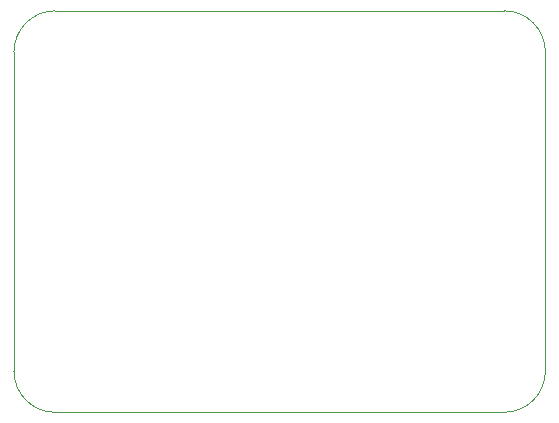
<source format=gbr>
%TF.GenerationSoftware,KiCad,Pcbnew,7.0.1-0*%
%TF.CreationDate,2023-05-28T09:45:46-06:00*%
%TF.ProjectId,stm32-prototype,73746d33-322d-4707-926f-746f74797065,rev?*%
%TF.SameCoordinates,Original*%
%TF.FileFunction,Profile,NP*%
%FSLAX46Y46*%
G04 Gerber Fmt 4.6, Leading zero omitted, Abs format (unit mm)*
G04 Created by KiCad (PCBNEW 7.0.1-0) date 2023-05-28 09:45:46*
%MOMM*%
%LPD*%
G01*
G04 APERTURE LIST*
%TA.AperFunction,Profile*%
%ADD10C,0.100000*%
%TD*%
G04 APERTURE END LIST*
D10*
X82000000Y-71500000D02*
G75*
G03*
X78500000Y-75000000I0J-3500000D01*
G01*
X78500000Y-102000000D02*
G75*
G03*
X82000000Y-105500000I3500000J0D01*
G01*
X120000000Y-105500000D02*
G75*
G03*
X123500000Y-102000000I0J3500000D01*
G01*
X123500000Y-75000000D02*
G75*
G03*
X120000000Y-71500000I-3500000J0D01*
G01*
X120000000Y-71500000D02*
X82000000Y-71500000D01*
X123500000Y-102000000D02*
X123500000Y-75000000D01*
X82000000Y-105500000D02*
X120000000Y-105500000D01*
X78500000Y-75000000D02*
X78500000Y-102000000D01*
M02*

</source>
